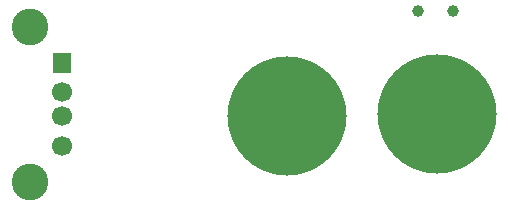
<source format=gbr>
%TF.GenerationSoftware,KiCad,Pcbnew,(5.1.6)-1*%
%TF.CreationDate,2021-03-22T01:22:11+02:00*%
%TF.ProjectId,Yu_9V_charger,59755f39-565f-4636-9861-726765722e6b,rev?*%
%TF.SameCoordinates,Original*%
%TF.FileFunction,Soldermask,Bot*%
%TF.FilePolarity,Negative*%
%FSLAX46Y46*%
G04 Gerber Fmt 4.6, Leading zero omitted, Abs format (unit mm)*
G04 Created by KiCad (PCBNEW (5.1.6)-1) date 2021-03-22 01:22:11*
%MOMM*%
%LPD*%
G01*
G04 APERTURE LIST*
%ADD10C,1.000000*%
%ADD11C,10.100000*%
%ADD12C,1.700000*%
%ADD13R,1.600000X1.700000*%
%ADD14C,3.100000*%
G04 APERTURE END LIST*
D10*
%TO.C,SWin1*%
X152060000Y-61770000D03*
X155060000Y-61770000D03*
%TD*%
D11*
%TO.C,J2*%
X140960000Y-70620000D03*
%TD*%
%TO.C,J1*%
X153660000Y-70480000D03*
%TD*%
D12*
%TO.C,Jout1*%
X121960000Y-73160000D03*
X121960000Y-70660000D03*
X121960000Y-68660000D03*
D13*
X121960000Y-66160000D03*
D14*
X119250000Y-76230000D03*
X119250000Y-63090000D03*
%TD*%
M02*

</source>
